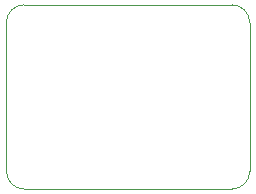
<source format=gbr>
G04 #@! TF.GenerationSoftware,KiCad,Pcbnew,(5.1.4-0-10_14)*
G04 #@! TF.CreationDate,2020-04-02T23:01:16+03:00*
G04 #@! TF.ProjectId,esp32-pico-d4-module,65737033-322d-4706-9963-6f2d64342d6d,rev?*
G04 #@! TF.SameCoordinates,Original*
G04 #@! TF.FileFunction,Profile,NP*
%FSLAX46Y46*%
G04 Gerber Fmt 4.6, Leading zero omitted, Abs format (unit mm)*
G04 Created by KiCad (PCBNEW (5.1.4-0-10_14)) date 2020-04-02 23:01:16*
%MOMM*%
%LPD*%
G04 APERTURE LIST*
%ADD10C,0.050000*%
G04 APERTURE END LIST*
D10*
X129000000Y-114500000D02*
X129000000Y-101900000D01*
X109900001Y-116003329D02*
X127500000Y-116000000D01*
X108400000Y-101900000D02*
X108400001Y-114400001D01*
X127500000Y-100400000D02*
X109900000Y-100400000D01*
X129000000Y-114500000D02*
G75*
G02X127500000Y-116000000I-1500000J0D01*
G01*
X109900001Y-116003329D02*
G75*
G02X108400001Y-114400001I-1J1503329D01*
G01*
X108400000Y-101900000D02*
G75*
G02X109900000Y-100400000I1500000J0D01*
G01*
X127500000Y-100400000D02*
G75*
G02X129000000Y-101900000I0J-1500000D01*
G01*
M02*

</source>
